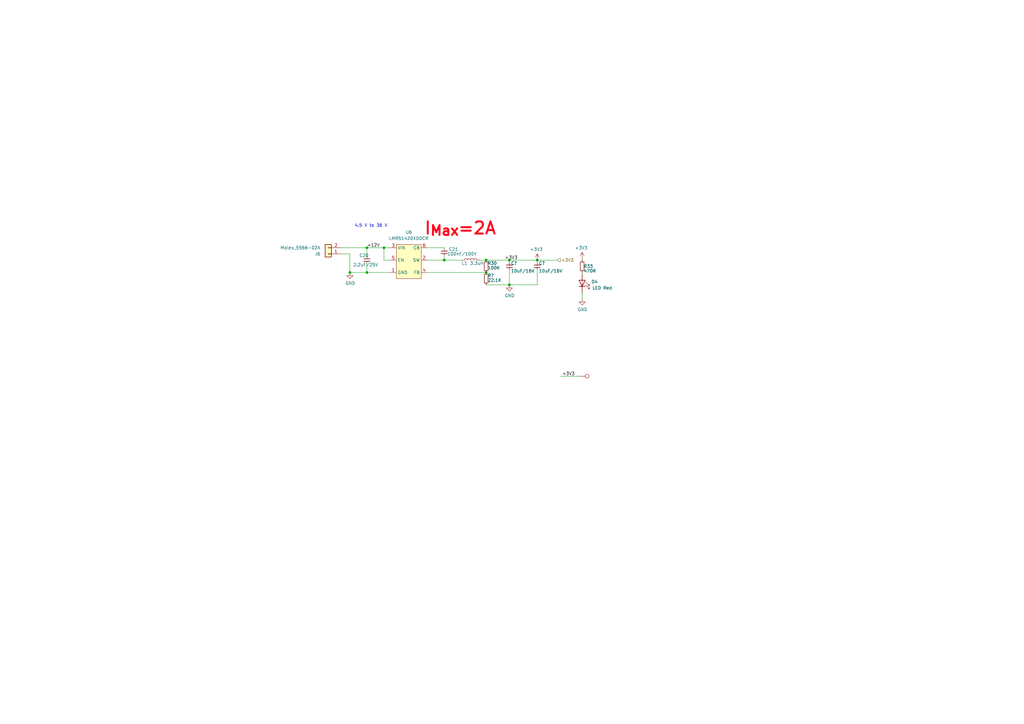
<source format=kicad_sch>
(kicad_sch
	(version 20231120)
	(generator "eeschema")
	(generator_version "8.0")
	(uuid "320f2caf-f00f-4432-86ed-f2c19d076281")
	(paper "A3")
	(title_block
		(date "2023-10-19")
		(rev "V0.1")
		(company "teTra")
	)
	(lib_symbols
		(symbol "Library:+3V3"
			(power)
			(pin_names
				(offset 0)
			)
			(exclude_from_sim no)
			(in_bom yes)
			(on_board yes)
			(property "Reference" "#PWR"
				(at 0 -3.81 0)
				(effects
					(font
						(size 1.27 1.27)
					)
					(hide yes)
				)
			)
			(property "Value" "+3V3"
				(at 0 3.556 0)
				(effects
					(font
						(size 1.27 1.27)
					)
				)
			)
			(property "Footprint" ""
				(at 0 0 0)
				(effects
					(font
						(size 1.27 1.27)
					)
					(hide yes)
				)
			)
			(property "Datasheet" ""
				(at 0 0 0)
				(effects
					(font
						(size 1.27 1.27)
					)
					(hide yes)
				)
			)
			(property "Description" "Power symbol creates a global label with name \"+3V3\""
				(at 0 0 0)
				(effects
					(font
						(size 1.27 1.27)
					)
					(hide yes)
				)
			)
			(property "ki_keywords" "global power"
				(at 0 0 0)
				(effects
					(font
						(size 1.27 1.27)
					)
					(hide yes)
				)
			)
			(symbol "+3V3_0_1"
				(polyline
					(pts
						(xy -0.762 1.27) (xy 0 2.54)
					)
					(stroke
						(width 0)
						(type default)
					)
					(fill
						(type none)
					)
				)
				(polyline
					(pts
						(xy 0 0) (xy 0 2.54)
					)
					(stroke
						(width 0)
						(type default)
					)
					(fill
						(type none)
					)
				)
				(polyline
					(pts
						(xy 0 2.54) (xy 0.762 1.27)
					)
					(stroke
						(width 0)
						(type default)
					)
					(fill
						(type none)
					)
				)
			)
			(symbol "+3V3_1_1"
				(pin power_in line
					(at 0 0 90)
					(length 0) hide
					(name "+3V3"
						(effects
							(font
								(size 1.27 1.27)
							)
						)
					)
					(number "1"
						(effects
							(font
								(size 1.27 1.27)
							)
						)
					)
				)
			)
		)
		(symbol "Library:C"
			(pin_numbers hide)
			(pin_names
				(offset 0.254)
			)
			(exclude_from_sim no)
			(in_bom yes)
			(on_board yes)
			(property "Reference" "C"
				(at 0.635 2.54 0)
				(effects
					(font
						(size 1.27 1.27)
					)
					(justify left)
				)
			)
			(property "Value" "C"
				(at 0.635 -2.54 0)
				(effects
					(font
						(size 1.27 1.27)
					)
					(justify left)
				)
			)
			(property "Footprint" ""
				(at 0.9652 -3.81 0)
				(effects
					(font
						(size 1.27 1.27)
					)
					(hide yes)
				)
			)
			(property "Datasheet" "~"
				(at 0 0 0)
				(effects
					(font
						(size 1.27 1.27)
					)
					(hide yes)
				)
			)
			(property "Description" "Unpolarized capacitor"
				(at 0 0 0)
				(effects
					(font
						(size 1.27 1.27)
					)
					(hide yes)
				)
			)
			(property "ki_keywords" "cap capacitor"
				(at 0 0 0)
				(effects
					(font
						(size 1.27 1.27)
					)
					(hide yes)
				)
			)
			(property "ki_fp_filters" "C_*"
				(at 0 0 0)
				(effects
					(font
						(size 1.27 1.27)
					)
					(hide yes)
				)
			)
			(symbol "C_1_1"
				(polyline
					(pts
						(xy -1.27 -0.508) (xy 1.27 -0.508)
					)
					(stroke
						(width 0.254)
						(type default)
					)
					(fill
						(type none)
					)
				)
				(polyline
					(pts
						(xy -1.27 0.508) (xy 1.27 0.508)
					)
					(stroke
						(width 0.254)
						(type default)
					)
					(fill
						(type none)
					)
				)
				(pin passive line
					(at 0 1.27 270)
					(length 0.762)
					(name "~"
						(effects
							(font
								(size 1.27 1.27)
							)
						)
					)
					(number "1"
						(effects
							(font
								(size 1.27 1.27)
							)
						)
					)
				)
				(pin passive line
					(at 0 -1.27 90)
					(length 0.762)
					(name "~"
						(effects
							(font
								(size 1.27 1.27)
							)
						)
					)
					(number "2"
						(effects
							(font
								(size 1.27 1.27)
							)
						)
					)
				)
			)
		)
		(symbol "Library:Conn_01x02"
			(pin_names
				(offset 1.016) hide)
			(exclude_from_sim no)
			(in_bom yes)
			(on_board yes)
			(property "Reference" "J"
				(at 0 2.54 0)
				(effects
					(font
						(size 1.27 1.27)
					)
				)
			)
			(property "Value" "Conn_01x02"
				(at 0 -5.08 0)
				(effects
					(font
						(size 1.27 1.27)
					)
				)
			)
			(property "Footprint" ""
				(at 0 0 0)
				(effects
					(font
						(size 1.27 1.27)
					)
					(hide yes)
				)
			)
			(property "Datasheet" "~"
				(at 0 0 0)
				(effects
					(font
						(size 1.27 1.27)
					)
					(hide yes)
				)
			)
			(property "Description" "Generic connector, single row, 01x02, script generated (kicad-library-utils/schlib/autogen/connector/)"
				(at 0 0 0)
				(effects
					(font
						(size 1.27 1.27)
					)
					(hide yes)
				)
			)
			(property "ki_keywords" "connector"
				(at 0 0 0)
				(effects
					(font
						(size 1.27 1.27)
					)
					(hide yes)
				)
			)
			(property "ki_fp_filters" "Connector*:*_1x??_*"
				(at 0 0 0)
				(effects
					(font
						(size 1.27 1.27)
					)
					(hide yes)
				)
			)
			(symbol "Conn_01x02_1_1"
				(rectangle
					(start -1.27 -2.413)
					(end 0 -2.667)
					(stroke
						(width 0.1524)
						(type default)
					)
					(fill
						(type none)
					)
				)
				(rectangle
					(start -1.27 0.127)
					(end 0 -0.127)
					(stroke
						(width 0.1524)
						(type default)
					)
					(fill
						(type none)
					)
				)
				(rectangle
					(start -1.27 1.27)
					(end 1.27 -3.81)
					(stroke
						(width 0.254)
						(type default)
					)
					(fill
						(type background)
					)
				)
				(pin passive line
					(at -5.08 0 0)
					(length 3.81)
					(name "Pin_1"
						(effects
							(font
								(size 1.27 1.27)
							)
						)
					)
					(number "1"
						(effects
							(font
								(size 1.27 1.27)
							)
						)
					)
				)
				(pin passive line
					(at -5.08 -2.54 0)
					(length 3.81)
					(name "Pin_2"
						(effects
							(font
								(size 1.27 1.27)
							)
						)
					)
					(number "2"
						(effects
							(font
								(size 1.27 1.27)
							)
						)
					)
				)
			)
		)
		(symbol "Library:GND"
			(power)
			(pin_names
				(offset 0)
			)
			(exclude_from_sim no)
			(in_bom yes)
			(on_board yes)
			(property "Reference" "#PWR"
				(at 0 -6.35 0)
				(effects
					(font
						(size 1.27 1.27)
					)
					(hide yes)
				)
			)
			(property "Value" "GND"
				(at 0 -3.81 0)
				(effects
					(font
						(size 1.27 1.27)
					)
				)
			)
			(property "Footprint" ""
				(at 0 0 0)
				(effects
					(font
						(size 1.27 1.27)
					)
					(hide yes)
				)
			)
			(property "Datasheet" ""
				(at 0 0 0)
				(effects
					(font
						(size 1.27 1.27)
					)
					(hide yes)
				)
			)
			(property "Description" "Power symbol creates a global label with name \"GND\" , ground"
				(at 0 0 0)
				(effects
					(font
						(size 1.27 1.27)
					)
					(hide yes)
				)
			)
			(property "ki_keywords" "global power"
				(at 0 0 0)
				(effects
					(font
						(size 1.27 1.27)
					)
					(hide yes)
				)
			)
			(symbol "GND_0_1"
				(polyline
					(pts
						(xy 0 0) (xy 0 -1.27) (xy 1.27 -1.27) (xy 0 -2.54) (xy -1.27 -1.27) (xy 0 -1.27)
					)
					(stroke
						(width 0)
						(type default)
					)
					(fill
						(type none)
					)
				)
			)
			(symbol "GND_1_1"
				(pin power_in line
					(at 0 0 270)
					(length 0) hide
					(name "GND"
						(effects
							(font
								(size 1.27 1.27)
							)
						)
					)
					(number "1"
						(effects
							(font
								(size 1.27 1.27)
							)
						)
					)
				)
			)
		)
		(symbol "Library:L"
			(pin_numbers hide)
			(pin_names
				(offset 1.016) hide)
			(exclude_from_sim no)
			(in_bom yes)
			(on_board yes)
			(property "Reference" "L"
				(at -1.27 0 90)
				(effects
					(font
						(size 1.27 1.27)
					)
				)
			)
			(property "Value" "L"
				(at 1.905 0 90)
				(effects
					(font
						(size 1.27 1.27)
					)
				)
			)
			(property "Footprint" ""
				(at 0 0 0)
				(effects
					(font
						(size 1.27 1.27)
					)
					(hide yes)
				)
			)
			(property "Datasheet" "~"
				(at 0 0 0)
				(effects
					(font
						(size 1.27 1.27)
					)
					(hide yes)
				)
			)
			(property "Description" "Inductor"
				(at 0 0 0)
				(effects
					(font
						(size 1.27 1.27)
					)
					(hide yes)
				)
			)
			(property "ki_keywords" "inductor choke coil reactor magnetic"
				(at 0 0 0)
				(effects
					(font
						(size 1.27 1.27)
					)
					(hide yes)
				)
			)
			(property "ki_fp_filters" "Choke_* *Coil* Inductor_* L_*"
				(at 0 0 0)
				(effects
					(font
						(size 1.27 1.27)
					)
					(hide yes)
				)
			)
			(symbol "L_0_1"
				(arc
					(start 0 -2.54)
					(mid 0.6323 -1.905)
					(end 0 -1.27)
					(stroke
						(width 0)
						(type default)
					)
					(fill
						(type none)
					)
				)
				(arc
					(start 0 -1.27)
					(mid 0.6323 -0.635)
					(end 0 0)
					(stroke
						(width 0)
						(type default)
					)
					(fill
						(type none)
					)
				)
				(arc
					(start 0 0)
					(mid 0.6323 0.635)
					(end 0 1.27)
					(stroke
						(width 0)
						(type default)
					)
					(fill
						(type none)
					)
				)
				(arc
					(start 0 1.27)
					(mid 0.6323 1.905)
					(end 0 2.54)
					(stroke
						(width 0)
						(type default)
					)
					(fill
						(type none)
					)
				)
			)
			(symbol "L_1_1"
				(pin passive line
					(at 0 3.81 270)
					(length 1.27)
					(name "1"
						(effects
							(font
								(size 1.27 1.27)
							)
						)
					)
					(number "1"
						(effects
							(font
								(size 1.27 1.27)
							)
						)
					)
				)
				(pin passive line
					(at 0 -3.81 90)
					(length 1.27)
					(name "2"
						(effects
							(font
								(size 1.27 1.27)
							)
						)
					)
					(number "2"
						(effects
							(font
								(size 1.27 1.27)
							)
						)
					)
				)
			)
		)
		(symbol "Library:LED"
			(pin_numbers hide)
			(pin_names
				(offset 1.016) hide)
			(exclude_from_sim no)
			(in_bom yes)
			(on_board yes)
			(property "Reference" "D"
				(at -0.762 -2.54 0)
				(effects
					(font
						(size 1.27 1.27)
					)
				)
			)
			(property "Value" "LED"
				(at -0.762 4.318 0)
				(effects
					(font
						(size 1.27 1.27)
					)
				)
			)
			(property "Footprint" ""
				(at 0 0 0)
				(effects
					(font
						(size 1.27 1.27)
					)
					(hide yes)
				)
			)
			(property "Datasheet" "~"
				(at 0 0 0)
				(effects
					(font
						(size 1.27 1.27)
					)
					(hide yes)
				)
			)
			(property "Description" "Light emitting diode"
				(at 0 0 0)
				(effects
					(font
						(size 1.27 1.27)
					)
					(hide yes)
				)
			)
			(property "ki_keywords" "LED diode"
				(at 0 0 0)
				(effects
					(font
						(size 1.27 1.27)
					)
					(hide yes)
				)
			)
			(property "ki_fp_filters" "LED* LED_SMD:* LED_THT:*"
				(at 0 0 0)
				(effects
					(font
						(size 1.27 1.27)
					)
					(hide yes)
				)
			)
			(symbol "LED_0_1"
				(polyline
					(pts
						(xy 1.27 0) (xy -1.27 0)
					)
					(stroke
						(width 0)
						(type default)
					)
					(fill
						(type none)
					)
				)
				(polyline
					(pts
						(xy 1.27 1.27) (xy 1.27 -1.27)
					)
					(stroke
						(width 0.254)
						(type default)
					)
					(fill
						(type none)
					)
				)
				(polyline
					(pts
						(xy -1.27 1.27) (xy -1.27 -1.27) (xy 1.27 0) (xy -1.27 1.27)
					)
					(stroke
						(width 0.254)
						(type default)
					)
					(fill
						(type none)
					)
				)
				(polyline
					(pts
						(xy -0.508 1.524) (xy 1.016 3.048) (xy 0.254 3.048) (xy 1.016 3.048) (xy 1.016 2.286)
					)
					(stroke
						(width 0)
						(type default)
					)
					(fill
						(type none)
					)
				)
				(polyline
					(pts
						(xy 0.762 1.524) (xy 2.286 3.048) (xy 1.524 3.048) (xy 2.286 3.048) (xy 2.286 2.286)
					)
					(stroke
						(width 0)
						(type default)
					)
					(fill
						(type none)
					)
				)
			)
			(symbol "LED_1_1"
				(pin passive line
					(at 3.81 0 180)
					(length 2.54)
					(name "K"
						(effects
							(font
								(size 1.27 1.27)
							)
						)
					)
					(number "1"
						(effects
							(font
								(size 1.27 1.27)
							)
						)
					)
				)
				(pin passive line
					(at -3.81 0 0)
					(length 2.54)
					(name "A"
						(effects
							(font
								(size 1.27 1.27)
							)
						)
					)
					(number "2"
						(effects
							(font
								(size 1.27 1.27)
							)
						)
					)
				)
			)
		)
		(symbol "Library:LMR51420"
			(exclude_from_sim no)
			(in_bom yes)
			(on_board yes)
			(property "Reference" "U"
				(at 2.54 7.62 0)
				(effects
					(font
						(size 1.27 1.27)
					)
				)
			)
			(property "Value" "LM51420"
				(at 0 0 0)
				(effects
					(font
						(size 1.27 1.27)
					)
				)
			)
			(property "Footprint" "Package_TO_SOT_SMD:SOT-23-6_Handsoldering"
				(at 0 0 0)
				(effects
					(font
						(size 1.27 1.27)
					)
					(hide yes)
				)
			)
			(property "Datasheet" "https://www.ti.com/lit/ds/symlink/lmr51420.pdf"
				(at 0 0 0)
				(effects
					(font
						(size 1.27 1.27)
					)
					(hide yes)
				)
			)
			(property "Description" "Buck Switching Regulator IC Positive Adjustable 0.6V 1 Output 2A SOT-23-6 Thin, TSOT-23-6"
				(at 0 0 0)
				(effects
					(font
						(size 1.27 1.27)
					)
					(hide yes)
				)
			)
			(property "MPN" "LMR51420XDDCR"
				(at 0 0 0)
				(effects
					(font
						(size 1.27 1.27)
					)
					(hide yes)
				)
			)
			(symbol "LMR51420_1_1"
				(rectangle
					(start -2.54 6.35)
					(end 7.62 -7.62)
					(stroke
						(width 0)
						(type default)
					)
					(fill
						(type background)
					)
				)
				(pin input line
					(at -5.08 -5.08 0)
					(length 2.54)
					(name "GND"
						(effects
							(font
								(size 1.27 1.27)
							)
						)
					)
					(number "1"
						(effects
							(font
								(size 1.27 1.27)
							)
						)
					)
				)
				(pin input line
					(at 10.16 0 180)
					(length 2.54)
					(name "SW"
						(effects
							(font
								(size 1.27 1.27)
							)
						)
					)
					(number "2"
						(effects
							(font
								(size 1.27 1.27)
							)
						)
					)
				)
				(pin input line
					(at -5.08 5.08 0)
					(length 2.54)
					(name "VIN"
						(effects
							(font
								(size 1.27 1.27)
							)
						)
					)
					(number "3"
						(effects
							(font
								(size 1.27 1.27)
							)
						)
					)
				)
				(pin input line
					(at 10.16 -5.08 180)
					(length 2.54)
					(name "FB"
						(effects
							(font
								(size 1.27 1.27)
							)
						)
					)
					(number "4"
						(effects
							(font
								(size 1.27 1.27)
							)
						)
					)
				)
				(pin input line
					(at -5.08 0 0)
					(length 2.54)
					(name "EN"
						(effects
							(font
								(size 1.27 1.27)
							)
						)
					)
					(number "5"
						(effects
							(font
								(size 1.27 1.27)
							)
						)
					)
				)
				(pin input line
					(at 10.16 5.08 180)
					(length 2.54)
					(name "CB"
						(effects
							(font
								(size 1.27 1.27)
							)
						)
					)
					(number "6"
						(effects
							(font
								(size 1.27 1.27)
							)
						)
					)
				)
			)
		)
		(symbol "Library:R_Small"
			(pin_numbers hide)
			(pin_names
				(offset 0.254) hide)
			(exclude_from_sim no)
			(in_bom yes)
			(on_board yes)
			(property "Reference" "R"
				(at 0.762 0.508 0)
				(effects
					(font
						(size 1.27 1.27)
					)
					(justify left)
				)
			)
			(property "Value" "R_Small"
				(at 0.762 -1.016 0)
				(effects
					(font
						(size 1.27 1.27)
					)
					(justify left)
				)
			)
			(property "Footprint" ""
				(at 0 0 0)
				(effects
					(font
						(size 1.27 1.27)
					)
					(hide yes)
				)
			)
			(property "Datasheet" "~"
				(at 0 0 0)
				(effects
					(font
						(size 1.27 1.27)
					)
					(hide yes)
				)
			)
			(property "Description" "Resistor, small symbol"
				(at 0 0 0)
				(effects
					(font
						(size 1.27 1.27)
					)
					(hide yes)
				)
			)
			(property "ki_keywords" "R resistor"
				(at 0 0 0)
				(effects
					(font
						(size 1.27 1.27)
					)
					(hide yes)
				)
			)
			(property "ki_fp_filters" "R_*"
				(at 0 0 0)
				(effects
					(font
						(size 1.27 1.27)
					)
					(hide yes)
				)
			)
			(symbol "R_Small_0_1"
				(rectangle
					(start -0.762 1.778)
					(end 0.762 -1.778)
					(stroke
						(width 0.2032)
						(type default)
					)
					(fill
						(type none)
					)
				)
			)
			(symbol "R_Small_1_1"
				(pin passive line
					(at 0 2.54 270)
					(length 0.762)
					(name "~"
						(effects
							(font
								(size 1.27 1.27)
							)
						)
					)
					(number "1"
						(effects
							(font
								(size 1.27 1.27)
							)
						)
					)
				)
				(pin passive line
					(at 0 -2.54 90)
					(length 0.762)
					(name "~"
						(effects
							(font
								(size 1.27 1.27)
							)
						)
					)
					(number "2"
						(effects
							(font
								(size 1.27 1.27)
							)
						)
					)
				)
			)
		)
		(symbol "Library:TestPoint"
			(pin_numbers hide)
			(pin_names
				(offset 0.762) hide)
			(exclude_from_sim no)
			(in_bom yes)
			(on_board yes)
			(property "Reference" "TP"
				(at 0 6.858 0)
				(effects
					(font
						(size 1.27 1.27)
					)
				)
			)
			(property "Value" "TestPoint"
				(at 0 5.08 0)
				(effects
					(font
						(size 1.27 1.27)
					)
				)
			)
			(property "Footprint" ""
				(at 5.08 0 0)
				(effects
					(font
						(size 1.27 1.27)
					)
					(hide yes)
				)
			)
			(property "Datasheet" "~"
				(at 5.08 0 0)
				(effects
					(font
						(size 1.27 1.27)
					)
					(hide yes)
				)
			)
			(property "Description" "test point"
				(at 0 0 0)
				(effects
					(font
						(size 1.27 1.27)
					)
					(hide yes)
				)
			)
			(property "ki_keywords" "test point tp"
				(at 0 0 0)
				(effects
					(font
						(size 1.27 1.27)
					)
					(hide yes)
				)
			)
			(property "ki_fp_filters" "Pin* Test*"
				(at 0 0 0)
				(effects
					(font
						(size 1.27 1.27)
					)
					(hide yes)
				)
			)
			(symbol "TestPoint_0_1"
				(circle
					(center 0 3.302)
					(radius 0.762)
					(stroke
						(width 0)
						(type default)
					)
					(fill
						(type none)
					)
				)
			)
			(symbol "TestPoint_1_1"
				(pin passive line
					(at 0 0 90)
					(length 2.54)
					(name "1"
						(effects
							(font
								(size 1.27 1.27)
							)
						)
					)
					(number "1"
						(effects
							(font
								(size 1.27 1.27)
							)
						)
					)
				)
			)
		)
	)
	(junction
		(at 199.39 111.76)
		(diameter 0)
		(color 0 0 0 0)
		(uuid "29144466-7e96-4d51-80d1-c49736fa2bc4")
	)
	(junction
		(at 220.345 106.68)
		(diameter 0)
		(color 0 0 0 0)
		(uuid "35273a59-c037-447b-85d4-ec84f98a11ba")
	)
	(junction
		(at 199.39 106.68)
		(diameter 0)
		(color 0 0 0 0)
		(uuid "5bc0c177-e187-4b2d-8d6d-cd38ae6c4e85")
	)
	(junction
		(at 182.245 106.68)
		(diameter 0)
		(color 0 0 0 0)
		(uuid "61d92f39-c5e9-48d5-894f-a5fc74e9add8")
	)
	(junction
		(at 150.495 111.76)
		(diameter 0)
		(color 0 0 0 0)
		(uuid "6b59f74b-88a0-4e9d-89ff-f92784181315")
	)
	(junction
		(at 208.915 116.84)
		(diameter 0)
		(color 0 0 0 0)
		(uuid "96fb71f3-0e23-47e9-b6b5-360045d2ef7e")
	)
	(junction
		(at 150.495 101.6)
		(diameter 0)
		(color 0 0 0 0)
		(uuid "ccb1139c-07ad-412a-836d-9d3943567551")
	)
	(junction
		(at 208.915 106.68)
		(diameter 0)
		(color 0 0 0 0)
		(uuid "e02390c4-79fa-41f5-ab89-8ada9443d850")
	)
	(junction
		(at 157.48 101.6)
		(diameter 0)
		(color 0 0 0 0)
		(uuid "e4254500-a2be-4e50-9d4e-a7cd632c0564")
	)
	(junction
		(at 143.51 111.76)
		(diameter 0)
		(color 0 0 0 0)
		(uuid "febf7e91-2df9-44a0-abf8-4dddeb6ce259")
	)
	(wire
		(pts
			(xy 182.245 102.235) (xy 182.245 101.6)
		)
		(stroke
			(width 0)
			(type default)
		)
		(uuid "0469e5ac-046a-4fa8-973e-7388c1e7d7a8")
	)
	(wire
		(pts
			(xy 157.48 101.6) (xy 157.48 106.68)
		)
		(stroke
			(width 0)
			(type default)
		)
		(uuid "0d3a0ba7-1953-486c-a11f-1f8f1439a447")
	)
	(wire
		(pts
			(xy 229.87 154.305) (xy 237.49 154.305)
		)
		(stroke
			(width 0)
			(type default)
		)
		(uuid "14c45e74-9ddb-4a88-8125-2229376ab26f")
	)
	(wire
		(pts
			(xy 182.245 104.775) (xy 182.245 106.68)
		)
		(stroke
			(width 0)
			(type default)
		)
		(uuid "152384d6-d0b9-41bc-8d01-3087f7a47946")
	)
	(wire
		(pts
			(xy 150.495 107.95) (xy 150.495 111.76)
		)
		(stroke
			(width 0)
			(type default)
		)
		(uuid "1cc296be-f7be-40e4-8be7-b944ac4a0aa8")
	)
	(wire
		(pts
			(xy 143.51 111.76) (xy 150.495 111.76)
		)
		(stroke
			(width 0)
			(type default)
		)
		(uuid "1e05a4ef-8a17-4cd8-8f87-43aa62427042")
	)
	(wire
		(pts
			(xy 238.76 111.76) (xy 238.76 112.395)
		)
		(stroke
			(width 0)
			(type default)
		)
		(uuid "250d3937-f53d-49ab-9a23-bc0bea4b5345")
	)
	(wire
		(pts
			(xy 139.7 101.6) (xy 150.495 101.6)
		)
		(stroke
			(width 0)
			(type default)
		)
		(uuid "2b18c1ee-136e-4276-994d-0f858cbba886")
	)
	(wire
		(pts
			(xy 220.345 106.68) (xy 228.6 106.68)
		)
		(stroke
			(width 0)
			(type default)
		)
		(uuid "3b1d46c3-148e-49c5-b398-dd1080ffab16")
	)
	(wire
		(pts
			(xy 175.26 111.76) (xy 199.39 111.76)
		)
		(stroke
			(width 0)
			(type default)
		)
		(uuid "4f7f12e4-1149-410a-99ae-3fc9466b87b7")
	)
	(wire
		(pts
			(xy 150.495 111.76) (xy 160.02 111.76)
		)
		(stroke
			(width 0)
			(type default)
		)
		(uuid "54943512-e3f2-46ed-bba5-6eace142a1b2")
	)
	(wire
		(pts
			(xy 238.76 106.68) (xy 238.76 106.045)
		)
		(stroke
			(width 0)
			(type default)
		)
		(uuid "567a5f93-f1d9-41b3-84dc-3e943f3ff1ad")
	)
	(wire
		(pts
			(xy 175.26 106.68) (xy 182.245 106.68)
		)
		(stroke
			(width 0)
			(type default)
		)
		(uuid "58456133-6171-4abd-9b11-a0696a3b1ca8")
	)
	(wire
		(pts
			(xy 208.915 106.68) (xy 208.915 107.95)
		)
		(stroke
			(width 0)
			(type default)
		)
		(uuid "59077188-1267-4d68-be5b-dc6a947a6d8e")
	)
	(wire
		(pts
			(xy 199.39 116.84) (xy 208.915 116.84)
		)
		(stroke
			(width 0)
			(type default)
		)
		(uuid "70a9c38f-0839-42ea-9bfe-c954f0e97a69")
	)
	(wire
		(pts
			(xy 139.7 104.14) (xy 143.51 104.14)
		)
		(stroke
			(width 0)
			(type default)
		)
		(uuid "75a814d8-b11f-45c2-9cff-b4aebc4860b0")
	)
	(wire
		(pts
			(xy 150.495 101.6) (xy 157.48 101.6)
		)
		(stroke
			(width 0)
			(type default)
		)
		(uuid "7be9def3-5a03-437c-849e-67b144acd5b9")
	)
	(wire
		(pts
			(xy 157.48 106.68) (xy 160.02 106.68)
		)
		(stroke
			(width 0)
			(type default)
		)
		(uuid "7f48b6ea-8307-450b-b5a4-29af75e803a3")
	)
	(wire
		(pts
			(xy 157.48 101.6) (xy 160.02 101.6)
		)
		(stroke
			(width 0)
			(type default)
		)
		(uuid "85fdeba7-5c1b-4b41-b30e-d7845d4d0980")
	)
	(wire
		(pts
			(xy 143.51 104.14) (xy 143.51 111.76)
		)
		(stroke
			(width 0)
			(type default)
		)
		(uuid "86edff3b-291b-4d60-bd18-ca8058446acf")
	)
	(wire
		(pts
			(xy 150.495 101.6) (xy 150.495 105.41)
		)
		(stroke
			(width 0)
			(type default)
		)
		(uuid "8e477447-eb4d-489b-be37-f5dcb9a45f2a")
	)
	(wire
		(pts
			(xy 175.26 101.6) (xy 182.245 101.6)
		)
		(stroke
			(width 0)
			(type default)
		)
		(uuid "944cd41c-12ee-4396-baf7-bad8a5174d9f")
	)
	(wire
		(pts
			(xy 199.39 106.68) (xy 208.915 106.68)
		)
		(stroke
			(width 0)
			(type default)
		)
		(uuid "9514ea63-a156-40f4-9dc0-36abe29d5ad8")
	)
	(wire
		(pts
			(xy 220.345 106.68) (xy 220.345 107.95)
		)
		(stroke
			(width 0)
			(type default)
		)
		(uuid "97bd0923-9b9d-46b9-abeb-cbed2619da45")
	)
	(wire
		(pts
			(xy 182.245 106.68) (xy 189.23 106.68)
		)
		(stroke
			(width 0)
			(type default)
		)
		(uuid "a100e90e-35c4-4f97-9164-aa30791e5053")
	)
	(wire
		(pts
			(xy 220.345 110.49) (xy 220.345 116.84)
		)
		(stroke
			(width 0)
			(type default)
		)
		(uuid "a9521371-2240-4d53-941e-254055dc7641")
	)
	(wire
		(pts
			(xy 196.85 106.68) (xy 199.39 106.68)
		)
		(stroke
			(width 0)
			(type default)
		)
		(uuid "aa32980a-6228-4f42-8aab-8c6038d4bce9")
	)
	(wire
		(pts
			(xy 238.76 120.015) (xy 238.76 122.555)
		)
		(stroke
			(width 0)
			(type default)
		)
		(uuid "b1f4635e-a6fb-42ce-a22c-09920d9c231f")
	)
	(wire
		(pts
			(xy 208.915 110.49) (xy 208.915 116.84)
		)
		(stroke
			(width 0)
			(type default)
		)
		(uuid "bfc9f007-3d45-437c-b38a-6d13c90208ba")
	)
	(wire
		(pts
			(xy 208.915 116.84) (xy 220.345 116.84)
		)
		(stroke
			(width 0)
			(type default)
		)
		(uuid "f8fab778-029f-42a2-90f4-16c461c8c0f6")
	)
	(wire
		(pts
			(xy 208.915 106.68) (xy 220.345 106.68)
		)
		(stroke
			(width 0)
			(type default)
		)
		(uuid "fae627ba-c63d-4e24-b3c7-86efd665fac1")
	)
	(text "I_{Max}=2A"
		(exclude_from_sim no)
		(at 173.736 96.6978 0)
		(effects
			(font
				(size 5 5)
				(thickness 0.8)
				(bold yes)
				(color 255 3 22 1)
			)
			(justify left bottom)
		)
		(uuid "1570ff9c-e7ed-48d8-8d45-6fe133da4d17")
	)
	(text "4.5 V to 36 V\n"
		(exclude_from_sim no)
		(at 145.415 93.345 0)
		(effects
			(font
				(size 1.27 1.27)
			)
			(justify left bottom)
		)
		(uuid "c3bcacd1-0fc0-48b4-bd95-f03cac9dc2a4")
	)
	(label "+3V3"
		(at 230.505 154.305 0)
		(fields_autoplaced yes)
		(effects
			(font
				(size 1.27 1.27)
			)
			(justify left bottom)
		)
		(uuid "5d7874e3-727c-41c8-91d3-ffe0af7b63a0")
	)
	(label "+3V3"
		(at 207.01 106.68 0)
		(fields_autoplaced yes)
		(effects
			(font
				(size 1.27 1.27)
			)
			(justify left bottom)
		)
		(uuid "c4ef4bd0-3f91-4c4e-a63a-644adca90d6c")
	)
	(label "+12V"
		(at 150.495 101.6 0)
		(fields_autoplaced yes)
		(effects
			(font
				(size 1.27 1.27)
			)
			(justify left bottom)
		)
		(uuid "d0e713de-ece8-480f-870f-ac1afe8bc551")
	)
	(hierarchical_label "+3V3"
		(shape input)
		(at 228.6 106.68 0)
		(fields_autoplaced yes)
		(effects
			(font
				(size 1.27 1.27)
			)
			(justify left)
		)
		(uuid "e02ceb9d-c60d-4c2a-896a-41e8b6db30e7")
	)
	(symbol
		(lib_id "Library:L")
		(at 193.04 106.68 90)
		(unit 1)
		(exclude_from_sim no)
		(in_bom yes)
		(on_board yes)
		(dnp no)
		(uuid "00000000-0000-0000-0000-00005c70a0c0")
		(property "Reference" "L1"
			(at 190.5 107.95 90)
			(effects
				(font
					(size 1.27 1.27)
				)
			)
		)
		(property "Value" "3.3uH"
			(at 195.58 107.95 90)
			(effects
				(font
					(size 1.27 1.27)
				)
			)
		)
		(property "Footprint" "Inductor_SMD:L_Bourns_SRP5030T"
			(at 193.04 106.68 0)
			(effects
				(font
					(size 1.27 1.27)
				)
				(hide yes)
			)
		)
		(property "Datasheet" "https://www.bourns.com/docs/Product-Datasheets/SRP5030CC.pdf"
			(at 193.04 106.68 0)
			(effects
				(font
					(size 1.27 1.27)
				)
				(hide yes)
			)
		)
		(property "Description" "3.3 µH Shielded Wirewound Inductor 5 A 38mOhm Max Nonstandard"
			(at 193.04 106.68 90)
			(effects
				(font
					(size 1.27 1.27)
				)
				(hide yes)
			)
		)
		(property "MPN" "SRP5030CC-3R3M"
			(at 193.04 106.68 0)
			(effects
				(font
					(size 1.27 1.27)
				)
				(hide yes)
			)
		)
		(property "Link" "https://www.digikey.jp/en/products/detail/bourns-inc/SRP5030CC-3R3M/21263799?s=N4IgTCBcDaIMoCUAKBWADAZjQYWwWgwQwFkQBdAXyA"
			(at 193.04 106.68 90)
			(effects
				(font
					(size 1.27 1.27)
				)
				(hide yes)
			)
		)
		(pin "1"
			(uuid "e7df8030-2c52-4ba2-878a-8c8851921cee")
		)
		(pin "2"
			(uuid "5c4a8b37-2c00-4746-b0ed-616015f3a24f")
		)
		(instances
			(project "LTC6811_ESP32_V1p21"
				(path "/6a86ff6f-b159-4c4c-8a40-e732cc82e010/00000000-0000-0000-0000-00005ac18063"
					(reference "L1")
					(unit 1)
				)
			)
		)
	)
	(symbol
		(lib_id "Library:GND")
		(at 208.915 116.84 0)
		(unit 1)
		(exclude_from_sim no)
		(in_bom yes)
		(on_board yes)
		(dnp no)
		(uuid "00000000-0000-0000-0000-00005c74287e")
		(property "Reference" "#PWR024"
			(at 208.915 123.19 0)
			(effects
				(font
					(size 1.27 1.27)
				)
				(hide yes)
			)
		)
		(property "Value" "GND"
			(at 209.042 121.2342 0)
			(effects
				(font
					(size 1.27 1.27)
				)
			)
		)
		(property "Footprint" ""
			(at 208.915 116.84 0)
			(effects
				(font
					(size 1.27 1.27)
				)
				(hide yes)
			)
		)
		(property "Datasheet" ""
			(at 208.915 116.84 0)
			(effects
				(font
					(size 1.27 1.27)
				)
				(hide yes)
			)
		)
		(property "Description" ""
			(at 208.915 116.84 0)
			(effects
				(font
					(size 1.27 1.27)
				)
				(hide yes)
			)
		)
		(pin "1"
			(uuid "d2e83e23-29a4-4b8f-8ff7-b0bb958de396")
		)
		(instances
			(project "LTC6811_ESP32_V1p21"
				(path "/6a86ff6f-b159-4c4c-8a40-e732cc82e010/00000000-0000-0000-0000-00005ac18063"
					(reference "#PWR024")
					(unit 1)
				)
			)
		)
	)
	(symbol
		(lib_id "Library:GND")
		(at 143.51 111.76 0)
		(unit 1)
		(exclude_from_sim no)
		(in_bom yes)
		(on_board yes)
		(dnp no)
		(uuid "05fcc230-55dd-4c6f-a62a-7dfc2c10bf73")
		(property "Reference" "#PWR021"
			(at 143.51 118.11 0)
			(effects
				(font
					(size 1.27 1.27)
				)
				(hide yes)
			)
		)
		(property "Value" "GND"
			(at 143.637 116.1542 0)
			(effects
				(font
					(size 1.27 1.27)
				)
			)
		)
		(property "Footprint" ""
			(at 143.51 111.76 0)
			(effects
				(font
					(size 1.27 1.27)
				)
				(hide yes)
			)
		)
		(property "Datasheet" ""
			(at 143.51 111.76 0)
			(effects
				(font
					(size 1.27 1.27)
				)
				(hide yes)
			)
		)
		(property "Description" ""
			(at 143.51 111.76 0)
			(effects
				(font
					(size 1.27 1.27)
				)
				(hide yes)
			)
		)
		(pin "1"
			(uuid "c34052e6-b55f-466a-9d3b-88d85f86cb59")
		)
		(instances
			(project "LTC6811_ESP32_V1p21"
				(path "/6a86ff6f-b159-4c4c-8a40-e732cc82e010/00000000-0000-0000-0000-00005ac18063"
					(reference "#PWR021")
					(unit 1)
				)
			)
		)
	)
	(symbol
		(lib_id "Library:TestPoint")
		(at 237.49 154.305 270)
		(unit 1)
		(exclude_from_sim no)
		(in_bom yes)
		(on_board yes)
		(dnp no)
		(uuid "1f6da100-6a88-4ea7-a648-e8d6a684967f")
		(property "Reference" "TP2"
			(at 242.062 156.845 0)
			(effects
				(font
					(size 1.27 1.27)
				)
				(justify left)
				(hide yes)
			)
		)
		(property "Value" "3V3"
			(at 242.57 154.305 90)
			(effects
				(font
					(size 1.27 1.27)
				)
				(justify left)
				(hide yes)
			)
		)
		(property "Footprint" "TestPoint:TestPoint_Pad_D1.0mm"
			(at 237.49 159.385 0)
			(effects
				(font
					(size 1.27 1.27)
				)
				(hide yes)
			)
		)
		(property "Datasheet" "~"
			(at 237.49 159.385 0)
			(effects
				(font
					(size 1.27 1.27)
				)
				(hide yes)
			)
		)
		(property "Description" ""
			(at 237.49 154.305 0)
			(effects
				(font
					(size 1.27 1.27)
				)
				(hide yes)
			)
		)
		(pin "1"
			(uuid "c39b90e8-13ff-46e7-88c2-5ee7ddc05298")
		)
		(instances
			(project "LTC6811_ESP32_V1p21"
				(path "/6a86ff6f-b159-4c4c-8a40-e732cc82e010/00000000-0000-0000-0000-00005ac18063"
					(reference "TP2")
					(unit 1)
				)
			)
		)
	)
	(symbol
		(lib_id "Library:Conn_01x02")
		(at 134.62 104.14 180)
		(unit 1)
		(exclude_from_sim no)
		(in_bom yes)
		(on_board yes)
		(dnp no)
		(uuid "22f6dfba-3f4b-4b05-8c6b-e553147693e9")
		(property "Reference" "J6"
			(at 131.445 104.14 0)
			(effects
				(font
					(size 1.27 1.27)
				)
				(justify left)
			)
		)
		(property "Value" "Molex_5566-02A"
			(at 131.445 101.6 0)
			(effects
				(font
					(size 1.27 1.27)
				)
				(justify left)
			)
		)
		(property "Footprint" "Connector_Molex:Molex_Mini-Fit_Jr_5566-02A_2x01_P4.20mm_Vertical"
			(at 134.62 104.14 0)
			(effects
				(font
					(size 1.27 1.27)
				)
				(hide yes)
			)
		)
		(property "Datasheet" "https://tools.molex.com/pdm_docs/sd/039281023_sd.pdf"
			(at 134.62 104.14 0)
			(effects
				(font
					(size 1.27 1.27)
				)
				(hide yes)
			)
		)
		(property "Description" "Connector Header Through Hole 2 position"
			(at 134.62 104.14 0)
			(effects
				(font
					(size 1.27 1.27)
				)
				(hide yes)
			)
		)
		(property "Link" "https://www.digikey.jp/en/products/detail/molex/0039281023/61397"
			(at 134.62 104.14 0)
			(effects
				(font
					(size 1.27 1.27)
				)
				(hide yes)
			)
		)
		(property "MPN" "0039281023"
			(at 134.62 104.14 0)
			(effects
				(font
					(size 1.27 1.27)
				)
				(hide yes)
			)
		)
		(pin "1"
			(uuid "573890d5-a915-41a4-b306-f6357265b9b5")
		)
		(pin "2"
			(uuid "b6edd240-d29c-4a52-b771-c4fe40b5de60")
		)
		(instances
			(project "LTC6811_ESP32_V3"
				(path "/6a86ff6f-b159-4c4c-8a40-e732cc82e010/00000000-0000-0000-0000-00005ac18063"
					(reference "J6")
					(unit 1)
				)
			)
		)
	)
	(symbol
		(lib_id "Library:GND")
		(at 238.76 122.555 0)
		(unit 1)
		(exclude_from_sim no)
		(in_bom yes)
		(on_board yes)
		(dnp no)
		(uuid "438e7760-d20a-46c3-9f03-ac587bb42565")
		(property "Reference" "#PWR029"
			(at 238.76 128.905 0)
			(effects
				(font
					(size 1.27 1.27)
				)
				(hide yes)
			)
		)
		(property "Value" "GND"
			(at 238.887 126.9492 0)
			(effects
				(font
					(size 1.27 1.27)
				)
			)
		)
		(property "Footprint" ""
			(at 238.76 122.555 0)
			(effects
				(font
					(size 1.27 1.27)
				)
				(hide yes)
			)
		)
		(property "Datasheet" ""
			(at 238.76 122.555 0)
			(effects
				(font
					(size 1.27 1.27)
				)
				(hide yes)
			)
		)
		(property "Description" ""
			(at 238.76 122.555 0)
			(effects
				(font
					(size 1.27 1.27)
				)
				(hide yes)
			)
		)
		(pin "1"
			(uuid "bade3281-b0b3-4d68-acfb-0b41a4a847ed")
		)
		(instances
			(project "LTC6811_ESP32_V1p21"
				(path "/6a86ff6f-b159-4c4c-8a40-e732cc82e010/00000000-0000-0000-0000-00005ac18063"
					(reference "#PWR029")
					(unit 1)
				)
			)
		)
	)
	(symbol
		(lib_id "Library:C")
		(at 220.345 109.22 0)
		(unit 1)
		(exclude_from_sim no)
		(in_bom yes)
		(on_board yes)
		(dnp no)
		(uuid "505d4d2d-9759-4b11-8e30-a4a8d1a4f0e3")
		(property "Reference" "C?"
			(at 220.98 107.95 0)
			(effects
				(font
					(size 1.27 1.27)
				)
				(justify left)
			)
		)
		(property "Value" "10uF/16V"
			(at 220.98 111.125 0)
			(effects
				(font
					(size 1.27 1.27)
				)
				(justify left)
			)
		)
		(property "Footprint" "Capacitor_SMD:C_0805_2012Metric"
			(at 221.3102 113.03 0)
			(effects
				(font
					(size 1.27 1.27)
				)
				(hide yes)
			)
		)
		(property "Datasheet" "https://mm.digikey.com/Volume0/opasdata/d220001/medias/docus/609/CL21A106KOQNNNE_Spec.pdf"
			(at 220.345 109.22 0)
			(effects
				(font
					(size 1.27 1.27)
				)
				(hide yes)
			)
		)
		(property "Description" "10 µF ±10% 16V Ceramic Capacitor X5R 0805 (2012 Metric)"
			(at 220.345 109.22 0)
			(effects
				(font
					(size 1.27 1.27)
				)
				(hide yes)
			)
		)
		(property "MPN" "CL21A106KOQNNNE"
			(at 220.345 109.22 0)
			(effects
				(font
					(size 1.27 1.27)
				)
				(hide yes)
			)
		)
		(property "Link" "https://www.digikey.jp/en/products/detail/samsung-electro-mechanics/CL21A106KOQNNNE/3886754"
			(at 220.345 109.22 0)
			(effects
				(font
					(size 1.27 1.27)
				)
				(hide yes)
			)
		)
		(pin "1"
			(uuid "e043433f-9232-4664-94ec-3216eb0f25b1")
		)
		(pin "2"
			(uuid "a260c104-a458-4d2a-a018-b39819f616c4")
		)
		(instances
			(project "Gachacon_Sensor"
				(path "/041b3cd8-e7ef-4f23-90bc-f44fb273934f/cec9e6f5-66b5-43c4-951e-416249495c24"
					(reference "C?")
					(unit 1)
				)
			)
			(project "LTC6811_ESP32_V1p21"
				(path "/6a86ff6f-b159-4c4c-8a40-e732cc82e010/00000000-0000-0000-0000-00005ac18063"
					(reference "C25")
					(unit 1)
				)
			)
			(project "R&C_library"
				(path "/7459c5fb-eaee-49a5-9f15-99dbadaaebb5/69b6d37c-9e3f-4116-ad89-42e4a2524676"
					(reference "C?")
					(unit 1)
				)
			)
		)
	)
	(symbol
		(lib_id "Library:LED")
		(at 238.76 116.205 270)
		(unit 1)
		(exclude_from_sim no)
		(in_bom yes)
		(on_board yes)
		(dnp no)
		(uuid "695f5378-5ec2-4735-b06b-1d73303b9337")
		(property "Reference" "D4"
			(at 243.84 115.57 90)
			(effects
				(font
					(size 1.27 1.27)
				)
			)
		)
		(property "Value" "LED Red"
			(at 247.015 118.11 90)
			(effects
				(font
					(size 1.27 1.27)
				)
			)
		)
		(property "Footprint" "LED_SMD:LED_0603_1608Metric"
			(at 238.76 116.205 0)
			(effects
				(font
					(size 1.27 1.27)
				)
				(hide yes)
			)
		)
		(property "Datasheet" "https://optoelectronics.liteon.com/upload/download/DS-22-99-0151/LTST-C190KRKT.pdf"
			(at 238.76 116.205 0)
			(effects
				(font
					(size 1.27 1.27)
				)
				(hide yes)
			)
		)
		(property "Description" "Red 631nm LED Indication - Discrete 2V 0603 (1608 Metric)"
			(at 238.76 116.205 0)
			(effects
				(font
					(size 1.27 1.27)
				)
				(hide yes)
			)
		)
		(property "Link" "https://www.digikey.jp/en/products/detail/liteon/LTST-C190KRKT/386817"
			(at 238.76 116.205 0)
			(effects
				(font
					(size 1.27 1.27)
				)
				(hide yes)
			)
		)
		(property "MPN" "LTST-C190KRKT"
			(at 238.76 116.205 0)
			(effects
				(font
					(size 1.27 1.27)
				)
				(hide yes)
			)
		)
		(pin "1"
			(uuid "e1ffc082-e06b-4b71-a742-769905df50fa")
		)
		(pin "2"
			(uuid "e116a029-ffff-45e5-b728-48809d46d38f")
		)
		(instances
			(project "LTC6811_ESP32_V1p21"
				(path "/6a86ff6f-b159-4c4c-8a40-e732cc82e010/00000000-0000-0000-0000-00005ac18063"
					(reference "D4")
					(unit 1)
				)
			)
			(project "L9963E+ESP32_V1.0"
				(path "/e9bba7f0-c10d-45df-9f8e-74901087917a"
					(reference "D?")
					(unit 1)
				)
			)
		)
	)
	(symbol
		(lib_id "Library:R_Small")
		(at 199.39 114.3 0)
		(unit 1)
		(exclude_from_sim no)
		(in_bom yes)
		(on_board yes)
		(dnp no)
		(uuid "6a4d5c9b-1a71-452c-b6c2-2a7008ae820a")
		(property "Reference" "R?"
			(at 200.025 113.03 0)
			(effects
				(font
					(size 1.27 1.27)
				)
				(justify left)
			)
		)
		(property "Value" "22.1K"
			(at 200.025 114.935 0)
			(effects
				(font
					(size 1.27 1.27)
				)
				(justify left)
			)
		)
		(property "Footprint" "Resistor_SMD:R_0603_1608Metric"
			(at 199.39 114.3 0)
			(effects
				(font
					(size 1.27 1.27)
				)
				(hide yes)
			)
		)
		(property "Datasheet" "https://www.seielect.com/catalog/sei-rmcf_rmcp.pdf"
			(at 199.39 114.3 0)
			(effects
				(font
					(size 1.27 1.27)
				)
				(hide yes)
			)
		)
		(property "Description" "22.1 kOhms ±1% 0.1W, 1/10W Chip Resistor 0603 (1608 Metric) Automotive AEC-Q200 Thick Film"
			(at 199.39 114.3 0)
			(effects
				(font
					(size 1.27 1.27)
				)
				(hide yes)
			)
		)
		(property "Link" "https://www.digikey.jp/en/products/detail/stackpole-electronics-inc/RMCF0603FT22K1/1760764"
			(at 199.39 114.3 0)
			(effects
				(font
					(size 1.27 1.27)
				)
				(hide yes)
			)
		)
		(property "MPN" "RMCF0603FT22K1"
			(at 199.39 114.3 0)
			(effects
				(font
					(size 1.27 1.27)
				)
				(hide yes)
			)
		)
		(pin "1"
			(uuid "5d79cca2-3e65-499e-8db0-2967afa46164")
		)
		(pin "2"
			(uuid "6f97b684-f2e7-47c7-a24f-8b7d0918040b")
		)
		(instances
			(project "Gachacon_Sensor"
				(path "/041b3cd8-e7ef-4f23-90bc-f44fb273934f/cec9e6f5-66b5-43c4-951e-416249495c24"
					(reference "R?")
					(unit 1)
				)
			)
			(project "LTC6811_ESP32_V1p21"
				(path "/6a86ff6f-b159-4c4c-8a40-e732cc82e010/00000000-0000-0000-0000-00005ac18063"
					(reference "R31")
					(unit 1)
				)
			)
			(project "R&C_library"
				(path "/7459c5fb-eaee-49a5-9f15-99dbadaaebb5/ca90b493-84f0-4c34-946a-e57927c9e47c"
					(reference "R?")
					(unit 1)
				)
			)
			(project "L9963E+ESP32"
				(path "/e9bba7f0-c10d-45df-9f8e-74901087917a"
					(reference "R?")
					(unit 1)
				)
			)
		)
	)
	(symbol
		(lib_id "Library:+3V3")
		(at 220.345 106.68 0)
		(mirror y)
		(unit 1)
		(exclude_from_sim no)
		(in_bom yes)
		(on_board yes)
		(dnp no)
		(uuid "74af1dd8-35be-417b-b783-19b47cbbe700")
		(property "Reference" "#PWR025"
			(at 220.345 110.49 0)
			(effects
				(font
					(size 1.27 1.27)
				)
				(hide yes)
			)
		)
		(property "Value" "+3V3"
			(at 219.964 102.2858 0)
			(effects
				(font
					(size 1.27 1.27)
				)
			)
		)
		(property "Footprint" ""
			(at 220.345 106.68 0)
			(effects
				(font
					(size 1.27 1.27)
				)
				(hide yes)
			)
		)
		(property "Datasheet" ""
			(at 220.345 106.68 0)
			(effects
				(font
					(size 1.27 1.27)
				)
				(hide yes)
			)
		)
		(property "Description" ""
			(at 220.345 106.68 0)
			(effects
				(font
					(size 1.27 1.27)
				)
				(hide yes)
			)
		)
		(pin "1"
			(uuid "cc85b7e2-9ec4-47c1-b3ec-7f9031b5a208")
		)
		(instances
			(project "LTC6811_ESP32_V1p21"
				(path "/6a86ff6f-b159-4c4c-8a40-e732cc82e010/00000000-0000-0000-0000-00005ac18063"
					(reference "#PWR025")
					(unit 1)
				)
			)
		)
	)
	(symbol
		(lib_id "Library:C")
		(at 150.495 106.68 0)
		(unit 1)
		(exclude_from_sim no)
		(in_bom yes)
		(on_board yes)
		(dnp no)
		(uuid "cedae038-e305-416f-afd0-7874e54f61c2")
		(property "Reference" "C20"
			(at 147.32 104.775 0)
			(effects
				(font
					(size 1.27 1.27)
				)
				(justify left)
			)
		)
		(property "Value" "2.2uF/25V"
			(at 144.78 108.585 0)
			(effects
				(font
					(size 1.27 1.27)
				)
				(justify left)
			)
		)
		(property "Footprint" "Capacitor_SMD:C_0603_1608Metric"
			(at 151.4602 110.49 0)
			(effects
				(font
					(size 1.27 1.27)
				)
				(hide yes)
			)
		)
		(property "Datasheet" "https://search.murata.co.jp/Ceramy/image/img/A01X/G101/ENG/GRM188R61E225KA12-01.pdf"
			(at 150.495 106.68 0)
			(effects
				(font
					(size 1.27 1.27)
				)
				(hide yes)
			)
		)
		(property "Description" "2.2 µF ±10% 25V Ceramic Capacitor X5R 0603 (1608 Metric)"
			(at 150.495 106.68 0)
			(effects
				(font
					(size 1.27 1.27)
				)
				(hide yes)
			)
		)
		(property "MPN" "GRM188R61E225KA12D"
			(at 150.495 106.68 0)
			(effects
				(font
					(size 1.27 1.27)
				)
				(hide yes)
			)
		)
		(property "Link" "https://www.digikey.jp/en/products/detail/murata-electronics/GRM188R61E225KA12D/4905349"
			(at 150.495 106.68 0)
			(effects
				(font
					(size 1.27 1.27)
				)
				(hide yes)
			)
		)
		(pin "1"
			(uuid "ac34f5f4-6d86-4901-8c54-f5a0761f3290")
		)
		(pin "2"
			(uuid "503b1621-2888-4dd1-97af-7cd36fac3688")
		)
		(instances
			(project "LTC6811_ESP32_V1p21"
				(path "/6a86ff6f-b159-4c4c-8a40-e732cc82e010/00000000-0000-0000-0000-00005ac18063"
					(reference "C20")
					(unit 1)
				)
			)
			(project "R&C_library"
				(path "/7459c5fb-eaee-49a5-9f15-99dbadaaebb5/e551d4cb-18c8-457b-a446-2845a0b4a4db"
					(reference "C?")
					(unit 1)
				)
			)
			(project "L9963E+ESP32_V1.0"
				(path "/e9bba7f0-c10d-45df-9f8e-74901087917a"
					(reference "C?")
					(unit 1)
				)
			)
		)
	)
	(symbol
		(lib_id "Library:C")
		(at 208.915 109.22 0)
		(unit 1)
		(exclude_from_sim no)
		(in_bom yes)
		(on_board yes)
		(dnp no)
		(uuid "d288bba9-9aed-47d8-a4d3-9b1739e7175c")
		(property "Reference" "C?"
			(at 209.55 107.95 0)
			(effects
				(font
					(size 1.27 1.27)
				)
				(justify left)
			)
		)
		(property "Value" "10uF/16V"
			(at 209.55 111.125 0)
			(effects
				(font
					(size 1.27 1.27)
				)
				(justify left)
			)
		)
		(property "Footprint" "Capacitor_SMD:C_0805_2012Metric"
			(at 209.8802 113.03 0)
			(effects
				(font
					(size 1.27 1.27)
				)
				(hide yes)
			)
		)
		(property "Datasheet" "https://mm.digikey.com/Volume0/opasdata/d220001/medias/docus/609/CL21A106KOQNNNE_Spec.pdf"
			(at 208.915 109.22 0)
			(effects
				(font
					(size 1.27 1.27)
				)
				(hide yes)
			)
		)
		(property "Description" "10 µF ±10% 16V Ceramic Capacitor X5R 0805 (2012 Metric)"
			(at 208.915 109.22 0)
			(effects
				(font
					(size 1.27 1.27)
				)
				(hide yes)
			)
		)
		(property "MPN" "CL21A106KOQNNNE"
			(at 208.915 109.22 0)
			(effects
				(font
					(size 1.27 1.27)
				)
				(hide yes)
			)
		)
		(property "Link" "https://www.digikey.jp/en/products/detail/samsung-electro-mechanics/CL21A106KOQNNNE/3886754"
			(at 208.915 109.22 0)
			(effects
				(font
					(size 1.27 1.27)
				)
				(hide yes)
			)
		)
		(pin "1"
			(uuid "92227a9a-2953-4a2f-ada6-cbf8e5090b59")
		)
		(pin "2"
			(uuid "50b37334-f146-4819-9aef-6b8919890860")
		)
		(instances
			(project "Gachacon_Sensor"
				(path "/041b3cd8-e7ef-4f23-90bc-f44fb273934f/cec9e6f5-66b5-43c4-951e-416249495c24"
					(reference "C?")
					(unit 1)
				)
			)
			(project "LTC6811_ESP32_V1p21"
				(path "/6a86ff6f-b159-4c4c-8a40-e732cc82e010/00000000-0000-0000-0000-00005ac18063"
					(reference "C23")
					(unit 1)
				)
			)
			(project "R&C_library"
				(path "/7459c5fb-eaee-49a5-9f15-99dbadaaebb5/69b6d37c-9e3f-4116-ad89-42e4a2524676"
					(reference "C?")
					(unit 1)
				)
			)
		)
	)
	(symbol
		(lib_id "Library:+3V3")
		(at 238.76 106.045 0)
		(mirror y)
		(unit 1)
		(exclude_from_sim no)
		(in_bom yes)
		(on_board yes)
		(dnp no)
		(uuid "db1cd11f-056c-4fa6-acf3-096db40dc7ca")
		(property "Reference" "#PWR028"
			(at 238.76 109.855 0)
			(effects
				(font
					(size 1.27 1.27)
				)
				(hide yes)
			)
		)
		(property "Value" "+3V3"
			(at 238.379 101.6508 0)
			(effects
				(font
					(size 1.27 1.27)
				)
			)
		)
		(property "Footprint" ""
			(at 238.76 106.045 0)
			(effects
				(font
					(size 1.27 1.27)
				)
				(hide yes)
			)
		)
		(property "Datasheet" ""
			(at 238.76 106.045 0)
			(effects
				(font
					(size 1.27 1.27)
				)
				(hide yes)
			)
		)
		(property "Description" ""
			(at 238.76 106.045 0)
			(effects
				(font
					(size 1.27 1.27)
				)
				(hide yes)
			)
		)
		(pin "1"
			(uuid "7f4b0912-7e9d-478f-90e5-31e723759a21")
		)
		(instances
			(project "LTC6811_ESP32_V1p21"
				(path "/6a86ff6f-b159-4c4c-8a40-e732cc82e010/00000000-0000-0000-0000-00005ac18063"
					(reference "#PWR028")
					(unit 1)
				)
			)
		)
	)
	(symbol
		(lib_id "Library:R_Small")
		(at 238.76 109.22 180)
		(unit 1)
		(exclude_from_sim no)
		(in_bom yes)
		(on_board yes)
		(dnp no)
		(uuid "dd89768b-a0f0-478a-81c5-8f53c5573f3d")
		(property "Reference" "R33"
			(at 241.3 109.22 0)
			(effects
				(font
					(size 1.27 1.27)
				)
			)
		)
		(property "Value" "470R"
			(at 241.935 111.125 0)
			(effects
				(font
					(size 1.27 1.27)
				)
			)
		)
		(property "Footprint" "Resistor_SMD:R_0603_1608Metric"
			(at 238.76 109.22 0)
			(effects
				(font
					(size 1.27 1.27)
				)
				(hide yes)
			)
		)
		(property "Datasheet" "https://www.yageo.com/upload/media/product/products/datasheet/rchip/PYu-RC_Group_51_RoHS_L_12.pdf"
			(at 238.76 109.22 0)
			(effects
				(font
					(size 1.27 1.27)
				)
				(hide yes)
			)
		)
		(property "Description" "470 Ohms ±5% 0.1W, 1/10W Chip Resistor 0603 (1608 Metric) Moisture Resistant Thick Film"
			(at 238.76 109.22 0)
			(effects
				(font
					(size 1.27 1.27)
				)
				(hide yes)
			)
		)
		(property "MPN" "RC0603JR-07470RL"
			(at 238.76 109.22 0)
			(effects
				(font
					(size 1.27 1.27)
				)
				(hide yes)
			)
		)
		(property "Link" "https://www.digikey.jp/en/products/detail/yageo/RC0603JR-07470RL/726791?s=N4IgTCBcDaIEoGEAMA2JBmAUnAtEg7ACz5JwAyIAugL5A"
			(at 238.76 109.22 0)
			(effects
				(font
					(size 1.27 1.27)
				)
				(hide yes)
			)
		)
		(pin "1"
			(uuid "54487f16-b31e-4afc-b398-613b451f3288")
		)
		(pin "2"
			(uuid "9f28a082-0b41-4202-8d2d-93982ecd0ba1")
		)
		(instances
			(project "LTC6811_ESP32_V1p21"
				(path "/6a86ff6f-b159-4c4c-8a40-e732cc82e010/00000000-0000-0000-0000-00005ac18063"
					(reference "R33")
					(unit 1)
				)
			)
		)
	)
	(symbol
		(lib_id "Library:C")
		(at 182.245 103.505 180)
		(unit 1)
		(exclude_from_sim no)
		(in_bom yes)
		(on_board yes)
		(dnp no)
		(uuid "e5099fed-8def-4bf3-b531-60c25b18fe16")
		(property "Reference" "C21"
			(at 187.96 102.235 0)
			(effects
				(font
					(size 1.27 1.27)
				)
				(justify left)
			)
		)
		(property "Value" "100nF/100V"
			(at 195.58 104.14 0)
			(effects
				(font
					(size 1.27 1.27)
				)
				(justify left)
			)
		)
		(property "Footprint" "Capacitor_SMD:C_0603_1608Metric"
			(at 181.2798 99.695 0)
			(effects
				(font
					(size 1.27 1.27)
				)
				(hide yes)
			)
		)
		(property "Datasheet" "https://www.digikey.jp/en/products/detail/samsung-electro-mechanics/CL10B104KC8NNNC/5961291?s=N4IgTCBcDaIMIBkCMAGAQqgLAaTgDgDki4AdEkAXQF8g"
			(at 182.245 103.505 0)
			(effects
				(font
					(size 1.27 1.27)
				)
				(hide yes)
			)
		)
		(property "Description" "0.1 µF ±10% 100V Ceramic Capacitor X7R 0603 (1608 Metric)"
			(at 182.245 103.505 0)
			(effects
				(font
					(size 1.27 1.27)
				)
				(hide yes)
			)
		)
		(property "Link" "https://www.digikey.jp/en/products/detail/samsung-electro-mechanics/CL10B104KC8NNNC/5961291?s=N4IgTCBcDaIMIBkCMAGAQqgLAaTgDgDki4QBdAXyA"
			(at 182.245 103.505 0)
			(effects
				(font
					(size 1.27 1.27)
				)
				(hide yes)
			)
		)
		(property "MPN" "CL10B104KC8NNNC"
			(at 182.245 103.505 0)
			(effects
				(font
					(size 1.27 1.27)
				)
				(hide yes)
			)
		)
		(pin "1"
			(uuid "0ddee076-bae3-4e70-bb56-848bc9c43796")
		)
		(pin "2"
			(uuid "9d40ad11-3d8d-4da2-b600-c80486a84c3a")
		)
		(instances
			(project "LTC6811_ESP32_V1p21"
				(path "/6a86ff6f-b159-4c4c-8a40-e732cc82e010/00000000-0000-0000-0000-00005ac18063"
					(reference "C21")
					(unit 1)
				)
			)
			(project "R&C_library"
				(path "/7459c5fb-eaee-49a5-9f15-99dbadaaebb5/e551d4cb-18c8-457b-a446-2845a0b4a4db"
					(reference "C?")
					(unit 1)
				)
			)
			(project "L9963E+ESP32_V1.0"
				(path "/e9bba7f0-c10d-45df-9f8e-74901087917a"
					(reference "C?")
					(unit 1)
				)
			)
		)
	)
	(symbol
		(lib_id "Library:R_Small")
		(at 199.39 109.22 180)
		(unit 1)
		(exclude_from_sim no)
		(in_bom yes)
		(on_board yes)
		(dnp no)
		(uuid "f3e1f48b-aaf3-4f0f-a715-643b30a2266c")
		(property "Reference" "R30"
			(at 203.835 107.95 0)
			(effects
				(font
					(size 1.27 1.27)
				)
				(justify left)
			)
		)
		(property "Value" "100K"
			(at 205.105 109.855 0)
			(effects
				(font
					(size 1.27 1.27)
				)
				(justify left)
			)
		)
		(property "Footprint" "Resistor_SMD:R_0603_1608Metric"
			(at 201.168 109.22 90)
			(effects
				(font
					(size 1.27 1.27)
				)
				(hide yes)
			)
		)
		(property "Datasheet" "https://www.yageo.com/upload/media/product/app/datasheet/rchip/pyu-rc_group_51_rohs_l.pdf"
			(at 199.39 109.22 0)
			(effects
				(font
					(size 1.27 1.27)
				)
				(hide yes)
			)
		)
		(property "Description" "100 kOhms ±5% 0.1W, 1/10W Chip Resistor 0603 (1608 Metric) Moisture Resistant Thick Film"
			(at 199.39 109.22 0)
			(effects
				(font
					(size 1.27 1.27)
				)
				(hide yes)
			)
		)
		(property "MPN" "RC0603JR-07100KL"
			(at 199.39 109.22 0)
			(effects
				(font
					(size 1.27 1.27)
				)
				(hide yes)
			)
		)
		(property "Link" "https://www.digikey.jp/en/products/detail/yageo/RC0603JR-07100KL/726698?s=N4IgTCBcDaIEoGEAMA2JBmAUnAtEg7AIxJIDSAMiALoC%2BQA"
			(at 199.39 109.22 0)
			(effects
				(font
					(size 1.27 1.27)
				)
				(hide yes)
			)
		)
		(pin "1"
			(uuid "eb38a423-4472-48d1-8844-092fdf5a8599")
		)
		(pin "2"
			(uuid "f60a8f78-34ae-4e07-a195-2041e117c7a3")
		)
		(instances
			(project "LTC6811_ESP32_V1p21"
				(path "/6a86ff6f-b159-4c4c-8a40-e732cc82e010/00000000-0000-0000-0000-00005ac18063"
					(reference "R30")
					(unit 1)
				)
			)
			(project "LTC6811"
				(path "/c4061cfa-a05d-44c7-ba89-bb211c8b143a"
					(reference "R?")
					(unit 1)
				)
			)
		)
	)
	(symbol
		(lib_id "Library:LMR51420")
		(at 165.1 106.68 0)
		(unit 1)
		(exclude_from_sim no)
		(in_bom yes)
		(on_board yes)
		(dnp no)
		(fields_autoplaced yes)
		(uuid "ffc164ea-eef9-42d9-ba58-6eaa47835444")
		(property "Reference" "U6"
			(at 167.64 95.25 0)
			(effects
				(font
					(size 1.27 1.27)
				)
			)
		)
		(property "Value" "LMR51420XDDCR"
			(at 167.64 97.79 0)
			(effects
				(font
					(size 1.27 1.27)
				)
			)
		)
		(property "Footprint" "Package_TO_SOT_SMD:SOT-23-6_Handsoldering"
			(at 165.1 106.68 0)
			(effects
				(font
					(size 1.27 1.27)
				)
				(hide yes)
			)
		)
		(property "Datasheet" "https://www.ti.com/lit/ds/symlink/lmr51420.pdf"
			(at 165.1 106.68 0)
			(effects
				(font
					(size 1.27 1.27)
				)
				(hide yes)
			)
		)
		(property "Description" "Buck Switching Regulator IC Positive Adjustable 0.6V 1 Output 2A SOT-23-6 Thin, TSOT-23-6"
			(at 165.1 106.68 0)
			(effects
				(font
					(size 1.27 1.27)
				)
				(hide yes)
			)
		)
		(property "MPN" "LMR51420XDDCR"
			(at 165.1 106.68 0)
			(effects
				(font
					(size 1.27 1.27)
				)
				(hide yes)
			)
		)
		(property "Link" "https://www.digikey.jp/en/products/detail/texas-instruments/LMR51420XDDCR/16705125?s=N4IgTCBcDaIDIFkBKBWAjAFjABgBoBF8BhJEAXQF8g"
			(at 165.1 106.68 0)
			(effects
				(font
					(size 1.27 1.27)
				)
				(hide yes)
			)
		)
		(pin "1"
			(uuid "7e4e9178-48fd-4e47-be83-f457b01fa668")
		)
		(pin "2"
			(uuid "ae7f2984-09d7-481b-803e-02138c66084c")
		)
		(pin "3"
			(uuid "a166e42a-064f-45a4-8ca3-0df2d88b32c2")
		)
		(pin "4"
			(uuid "a1bb0123-65a8-41a2-b4ec-1b43588b5a15")
		)
		(pin "5"
			(uuid "7967790c-31b0-46fb-a0ec-1d52f54ad9f8")
		)
		(pin "6"
			(uuid "16247414-37b6-4a6c-9c86-9d8233144d65")
		)
		(instances
			(project "LTC6811_ESP32_V1p21"
				(path "/6a86ff6f-b159-4c4c-8a40-e732cc82e010/00000000-0000-0000-0000-00005ac18063"
					(reference "U6")
					(unit 1)
				)
			)
		)
	)
)

</source>
